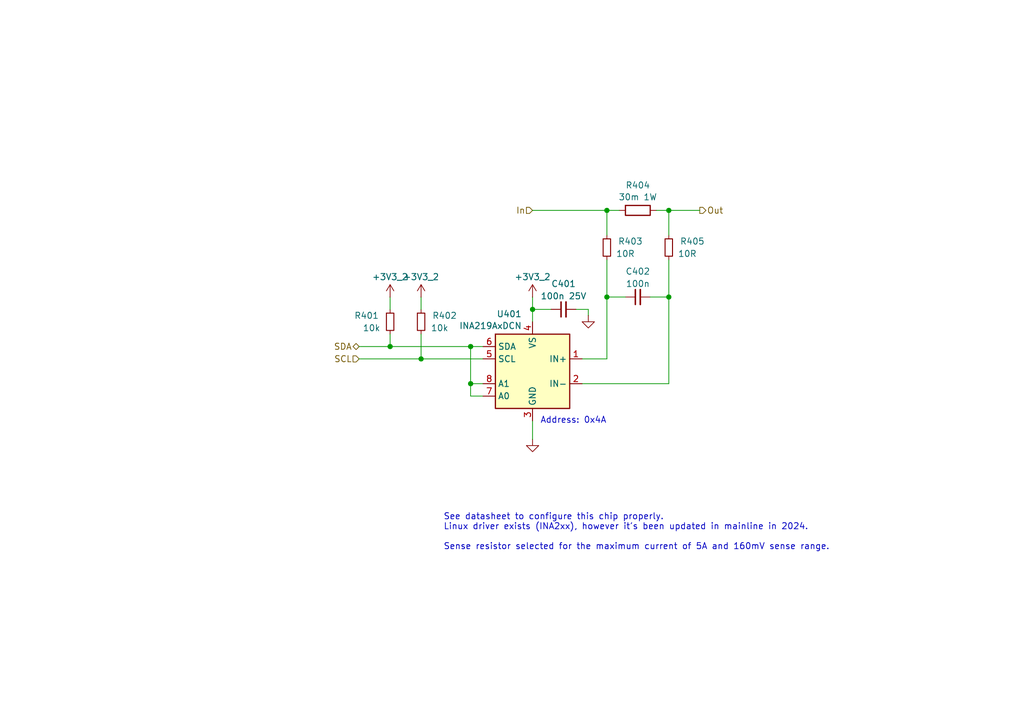
<source format=kicad_sch>
(kicad_sch (version 20231120) (generator "eeschema") (generator_version "8.0")
  (paper "A5")
  (lib_symbols
    (symbol "Device:C_Small" (pin_numbers hide) (pin_names (offset 0.254) hide)
      (property "Reference" "C" (at 0.254 1.778 0))
      (property "Value" "C_Small" (at 0.254 -2.032 0))
      (symbol "C_Small_0_1"
        (polyline (pts (xy -1.524 -0.508) (xy 1.524 -0.508)) (stroke (width 0.3302)))
        (polyline (pts (xy -1.524 0.508) (xy 1.524 0.508)) (stroke (width 0.3048)))
      )
      (symbol "C_Small_1_1"
        (pin passive line (at 0 2.54 270) (length 2.032) (name "~") (number "1"))
        (pin passive line (at 0 -2.54 90) (length 2.032) (name "~") (number "2"))
      )
    )
    (symbol "Device:R" (pin_numbers hide) (pin_names (offset 0))
      (property "Reference" "R" (at 2.032 0 90))
      (property "Value" "R" (at 0 0 90))
      (symbol "R_0_1"
        (rectangle (start -1.016 -2.54) (end 1.016 2.54) (stroke (width 0.254)))
      )
      (symbol "R_1_1"
        (pin passive line (at 0 3.81 270) (length 1.27) (name "~") (number "1"))
        (pin passive line (at 0 -3.81 90) (length 1.27) (name "~") (number "2"))
      )
    )
    (symbol "Device:R_Small" (pin_numbers hide) (pin_names (offset 0.254) hide)
      (property "Reference" "R" (at 0.762 0.508 0))
      (property "Value" "R_Small" (at 0.762 -1.016 0))
      (symbol "R_Small_0_1"
        (rectangle (start -0.762 1.778) (end 0.762 -1.778) (stroke (width 0.2032)))
      )
      (symbol "R_Small_1_1"
        (pin passive line (at 0 2.54 270) (length 0.762) (name "~") (number "1"))
        (pin passive line (at 0 -2.54 90) (length 0.762) (name "~") (number "2"))
      )
    )
    (symbol "Sensor_Energy:INA219AxDCN"
      (property "Reference" "U" (at -6.35 8.89 0))
      (property "Value" "INA219AxDCN" (at 6.35 8.89 0))
      (symbol "INA219AxDCN_0_1"
        (rectangle (start -7.62 7.62) (end 7.62 -7.62) (stroke (width 0.254)) (fill (type background)))
      )
      (symbol "INA219AxDCN_1_1"
        (pin input line (at -10.16 2.54 0) (length 2.54) (name "IN+") (number "1"))
        (pin input line (at -10.16 -2.54 0) (length 2.54) (name "IN-") (number "2"))
        (pin power_in line (at 0 -10.16 90) (length 2.54) (name "GND") (number "3"))
        (pin power_in line (at 0 10.16 270) (length 2.54) (name "VS") (number "4"))
        (pin input line (at 10.16 2.54 180) (length 2.54) (name "SCL") (number "5"))
        (pin bidirectional line (at 10.16 5.08 180) (length 2.54) (name "SDA") (number "6"))
        (pin input line (at 10.16 -5.08 180) (length 2.54) (name "A0") (number "7"))
        (pin input line (at 10.16 -2.54 180) (length 2.54) (name "A1") (number "8"))
      )
    )
    (symbol "power:+3V3" (power) (pin_numbers hide) (pin_names (offset 0) hide)
      (property "Value" "+3V3" (at 0 3.556 0))
      (symbol "+3V3_0_1"
        (polyline (pts (xy -0.762 1.27) (xy 0 2.54)))
        (polyline (pts (xy 0 0) (xy 0 2.54)))
        (polyline (pts (xy 0 2.54) (xy 0.762 1.27)))
      )
      (symbol "+3V3_1_1"
        (pin power_in line (at 0 0 90) (length 0) (name "~") (number "1"))
      )
    )
    (symbol "power:GND" (power) (pin_numbers hide) (pin_names (offset 0) hide)
      (property "Value" "GND" (at 0 -3.81 0))
      (symbol "GND_0_1"
        (polyline (pts (xy 0 0) (xy 0 -1.27) (xy 1.27 -1.27) (xy 0 -2.54) (xy -1.27 -1.27) (xy 0 -1.27)))
      )
      (symbol "GND_1_1"
        (pin power_in line (at 0 0 270) (length 0) (name "~") (number "1"))
      )
    )
  )
  (junction (at 124.46 60.96))
  (junction (at 109.22 63.5))
  (junction (at 80.01 71.12))
  (junction (at 124.46 43.18))
  (junction (at 137.16 60.96))
  (junction (at 137.16 43.18))
  (junction (at 96.52 71.12))
  (junction (at 96.52 78.74))
  (junction (at 86.36 73.66))
  (wire (pts (xy 133.35 60.96) (xy 137.16 60.96)))
  (wire (pts (xy 119.38 73.66) (xy 124.46 73.66)))
  (wire (pts (xy 137.16 43.18) (xy 134.62 43.18)))
  (wire (pts (xy 73.66 71.12) (xy 80.01 71.12)))
  (wire (pts (xy 124.46 43.18) (xy 127 43.18)))
  (wire (pts (xy 137.16 60.96) (xy 137.16 53.34)))
  (wire (pts (xy 109.22 60.96) (xy 109.22 63.5)))
  (wire (pts (xy 124.46 73.66) (xy 124.46 60.96)))
  (wire (pts (xy 109.22 63.5) (xy 109.22 66.04)))
  (wire (pts (xy 137.16 48.26) (xy 137.16 43.18)))
  (wire (pts (xy 73.66 73.66) (xy 86.36 73.66)))
  (wire (pts (xy 119.38 78.74) (xy 137.16 78.74)))
  (wire (pts (xy 86.36 73.66) (xy 99.06 73.66)))
  (wire (pts (xy 80.01 60.96) (xy 80.01 63.5)))
  (wire (pts (xy 96.52 81.28) (xy 96.52 78.74)))
  (wire (pts (xy 99.06 78.74) (xy 96.52 78.74)))
  (wire (pts (xy 124.46 60.96) (xy 128.27 60.96)))
  (wire (pts (xy 80.01 71.12) (xy 96.52 71.12)))
  (wire (pts (xy 124.46 60.96) (xy 124.46 53.34)))
  (wire (pts (xy 109.22 63.5) (xy 113.03 63.5)))
  (wire (pts (xy 109.22 43.18) (xy 124.46 43.18)))
  (wire (pts (xy 109.22 86.36) (xy 109.22 90.17)))
  (wire (pts (xy 124.46 48.26) (xy 124.46 43.18)))
  (wire (pts (xy 118.11 63.5) (xy 120.65 63.5)))
  (wire (pts (xy 96.52 78.74) (xy 96.52 71.12)))
  (wire (pts (xy 99.06 81.28) (xy 96.52 81.28)))
  (wire (pts (xy 120.65 64.77) (xy 120.65 63.5)))
  (wire (pts (xy 137.16 43.18) (xy 143.51 43.18)))
  (wire (pts (xy 86.36 68.58) (xy 86.36 73.66)))
  (wire (pts (xy 137.16 78.74) (xy 137.16 60.96)))
  (wire (pts (xy 86.36 60.96) (xy 86.36 63.5)))
  (wire (pts (xy 96.52 71.12) (xy 99.06 71.12)))
  (wire (pts (xy 80.01 68.58) (xy 80.01 71.12)))
  (text "See datasheet to configure this chip properly.\nLinux driver exists (INA2xx), however it's been updated in mainline in 2024.\n\nSense resistor selected for the maximum current of 5A and 160mV sense range." (at 90.932 105.41 0) (effects (font (size 1.27 1.27)) (justify left top)))
  (text "Address: 0x4A" (at 117.602 86.36 0) (effects (font (size 1.27 1.27))))
  (hierarchical_label "SCL" (shape input) (at 73.66 73.66 180))
  (hierarchical_label "SDA" (shape bidirectional) (at 73.66 71.12 180))
  (hierarchical_label "In" (shape input) (at 109.22 43.18 180))
  (hierarchical_label "Out" (shape output) (at 143.51 43.18 0))
  (symbol (lib_id "Device:R_Small") (at 86.36 66.04 0) (mirror x) (unit 1)
    (property "Reference" "R402" (at 91.186 64.77 0))
    (property "Value" "10k" (at 90.17 67.31 0))
    (property "Footprint" "Resistor_SMD:R_0603_1608Metric" (effects (hide yes)))
  )
  (symbol (lib_id "Device:C_Small") (at 130.81 60.96 90) (unit 1)
    (property "Reference" "C402" (at 130.8163 55.6981 90))
    (property "Value" "100n" (at 130.8163 58.235 90))
    (property "Footprint" "Capacitor_SMD:C_0603_1608Metric" (effects (hide yes)))
  )
  (symbol (lib_id "Sensor_Energy:INA219AxDCN") (at 109.22 76.2 0) (mirror y) (unit 1)
    (property "Reference" "U401" (at 107.0259 64.4355 0) (effects (justify left)))
    (property "Value" "INA219AxDCN" (at 107.0259 66.8598 0) (effects (justify left)))
    (property "Footprint" "Package_TO_SOT_SMD:SOT-23-8" (effects (hide yes)))
    (property "Datasheet" "http://www.ti.com/lit/ds/symlink/ina219.pdf" (effects (hide yes)))
    (property "Description" "Zero-Drift, Bidirectional Current/Power Monitor (0-26V) With I2C Interface, SOT-23-8" (effects (hide yes)))
  )
  (symbol (lib_id "Device:R_Small") (at 137.16 50.8 0) (mirror x) (unit 1)
    (property "Reference" "R405" (at 141.986 49.53 0))
    (property "Value" "10R" (at 140.97 52.07 0))
    (property "Footprint" "Resistor_SMD:R_0603_1608Metric" (effects (hide yes)))
  )
  (symbol (lib_id "power:+3V3") (at 109.22 60.96 0) (unit 1)
    (property "Reference" "#PWR0403" (effects (hide yes)))
    (property "Value" "+3V3_2" (at 109.22 56.8269 0))
    (property "Description" "Power symbol creates a global label with name \"+3V3\"" (effects (hide yes)))
  )
  (symbol (lib_id "Device:C_Small") (at 115.57 63.5 90) (unit 1)
    (property "Reference" "C401" (at 115.5763 58.2381 90))
    (property "Value" "100n 25V" (at 115.5763 60.775 90))
    (property "Footprint" "Capacitor_SMD:C_0603_1608Metric" (effects (hide yes)))
  )
  (symbol (lib_id "Device:R") (at 130.81 43.18 90) (unit 1)
    (property "Reference" "R404" (at 130.81 38.0195 90))
    (property "Value" "30m 1W" (at 130.81 40.4438 90))
    (property "Footprint" "Resistor_SMD:R_1206_3216Metric" (effects (hide yes)))
    (property "Description" "Resistor" (effects (hide yes)))
  )
  (symbol (lib_id "power:GND") (at 120.65 64.77 0) (unit 1)
    (property "Reference" "#PWR0405" (effects (hide yes)))
    (property "Value" "GND" (effects (hide yes)))
  )
  (symbol (lib_id "Device:R_Small") (at 80.01 66.04 180) (unit 1)
    (property "Reference" "R401" (at 75.184 64.77 0))
    (property "Value" "10k" (at 76.2 67.31 0))
    (property "Footprint" "Resistor_SMD:R_0603_1608Metric" (effects (hide yes)))
  )
  (symbol (lib_id "power:GND") (at 109.22 90.17 0) (unit 1)
    (property "Reference" "#PWR0404" (effects (hide yes)))
    (property "Value" "GND" (effects (hide yes)))
  )
  (symbol (lib_id "Device:R_Small") (at 124.46 50.8 0) (mirror x) (unit 1)
    (property "Reference" "R403" (at 129.286 49.53 0))
    (property "Value" "10R" (at 128.27 52.07 0))
    (property "Footprint" "Resistor_SMD:R_0603_1608Metric" (effects (hide yes)))
  )
  (symbol (lib_id "power:+3V3") (at 86.36 60.96 0) (unit 1)
    (property "Reference" "#PWR0402" (effects (hide yes)))
    (property "Value" "+3V3_2" (at 86.36 56.8269 0))
    (property "Description" "Power symbol creates a global label with name \"+3V3\"" (effects (hide yes)))
  )
  (symbol (lib_id "power:+3V3") (at 80.01 60.96 0) (unit 1)
    (property "Reference" "#PWR0401" (effects (hide yes)))
    (property "Value" "+3V3_2" (at 80.01 56.8269 0))
    (property "Description" "Power symbol creates a global label with name \"+3V3\"" (effects (hide yes)))
  )
)
</source>
